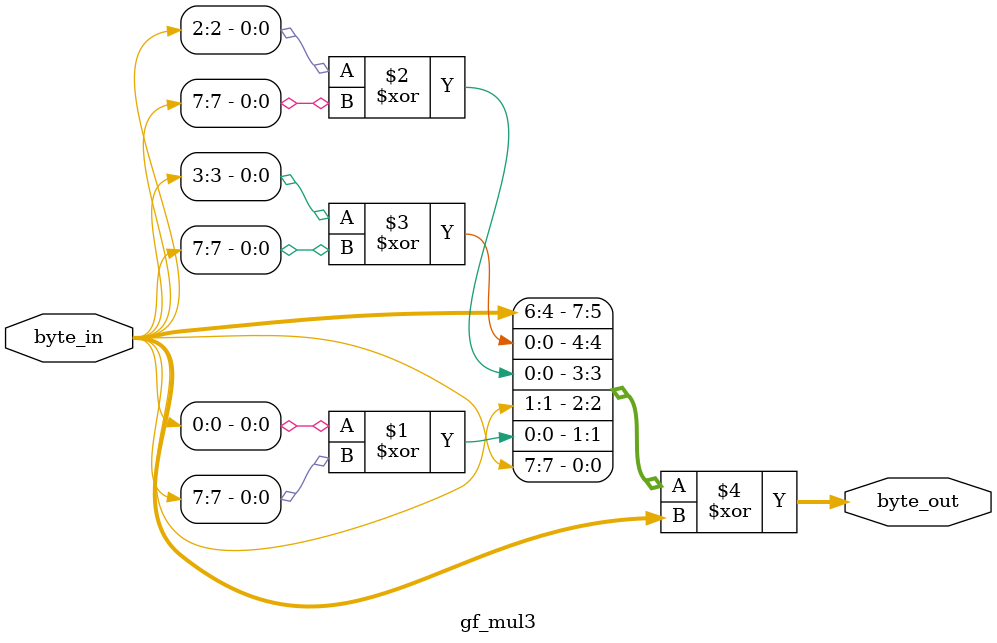
<source format=sv>

module gf_mul3
(
	input wire [7:0] byte_in,
	output wire [7:0] byte_out
);

	assign byte_out = {
					byte_in[6], 
					byte_in[5], 
					byte_in[4], 
					byte_in[3] ^ byte_in[7], 
					byte_in[2] ^ byte_in[7], 
					byte_in[1], 
					byte_in[0] ^ byte_in[7], 
					byte_in[7]
			   } ^ byte_in;

endmodule 
</source>
